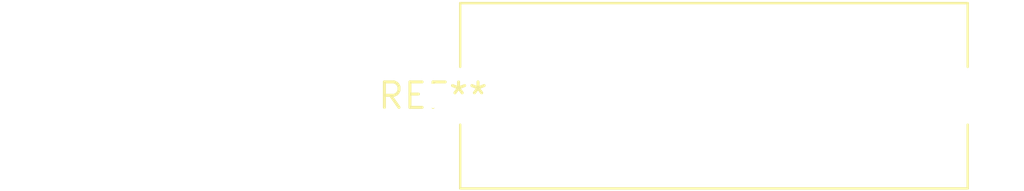
<source format=kicad_pcb>
(kicad_pcb (version 20240108) (generator pcbnew)
  (layers (0 "F.Cu" signal) (31 "B.Cu" signal) (34 "B.Paste" user) (35 "F.Paste" user) (36 "B.SilkS" user "B.Silkscreen") (37 "F.SilkS" user "F.Silkscreen") (38 "B.Mask" user) (39 "F.Mask" user) (44 "Edge.Cuts" user))
  (net 0 "")
  (footprint "R_Axial_Power_L25.0mm_W9.0mm_P27.94mm" (layer "F.Cu") (at 0 0)
    (property "Reference" "REF**")
    (property "Value" "R_Axial_Power_L25.0mm_W9.0mm_P27.94mm")
    (fp_line (start 1.35 -4.62) (end 26.59 -4.62) (layer "F.SilkS") (stroke (width 0.12)))
    (fp_line (start 1.35 -1.44) (end 1.35 -4.62) (layer "F.SilkS") (stroke (width 0.12)))
    (fp_line (start 1.35 1.44) (end 1.35 4.62) (layer "F.SilkS") (stroke (width 0.12)))
    (fp_line (start 1.35 4.62) (end 26.59 4.62) (layer "F.SilkS") (stroke (width 0.12)))
    (fp_line (start 26.59 -4.62) (end 26.59 -1.44) (layer "F.SilkS") (stroke (width 0.12)))
    (fp_line (start 26.59 4.62) (end 26.59 1.44) (layer "F.SilkS") (stroke (width 0.12)))
    (pad "1" thru_hole circle (at 0 0) (size 2.4 2.4) (drill 1.2) (layers *.Cu *.Mask) (remove_unused_layers))
    (pad "2" thru_hole oval (at 27.94 0) (size 2.4 2.4) (drill 1.2) (layers *.Cu *.Mask) (remove_unused_layers))
  )
)
</source>
